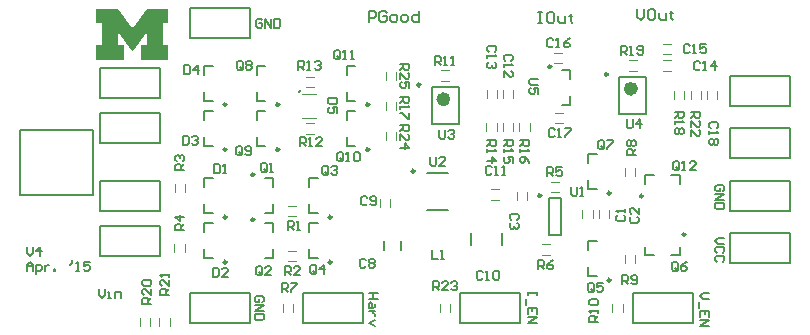
<source format=gto>
G04 Layer_Color=65535*
%FSLAX24Y24*%
%MOIN*%
G70*
G01*
G75*
%ADD33C,0.0098*%
%ADD34C,0.0236*%
%ADD35C,0.0100*%
%ADD36C,0.0039*%
%ADD37C,0.0050*%
%ADD38C,0.0079*%
%ADD39C,0.0060*%
G36*
X19028Y22744D02*
X18842D01*
Y22009D01*
X19028D01*
Y21521D01*
X18114D01*
Y22009D01*
X18300D01*
Y22450D01*
X17839Y21815D01*
X17808D01*
X17356Y22450D01*
Y22009D01*
X17541D01*
Y21521D01*
X16628D01*
Y22009D01*
X16806D01*
Y22744D01*
X16628D01*
Y23232D01*
X17352D01*
X17816Y22589D01*
X17839D01*
X18304Y23232D01*
X19028D01*
Y22744D01*
D02*
G37*
D33*
X33673Y21049D02*
G03*
X33673Y21049I-49J0D01*
G01*
X31786Y21309D02*
G03*
X31786Y21309I-49J0D01*
G01*
X27423Y20699D02*
G03*
X27423Y20699I-49J0D01*
G01*
X25713Y20041D02*
G03*
X25713Y20041I-49J0D01*
G01*
Y18541D02*
G03*
X25713Y18541I-49J0D01*
G01*
X22713D02*
G03*
X22713Y18541I-49J0D01*
G01*
Y20041D02*
G03*
X22713Y20041I-49J0D01*
G01*
X20963D02*
G03*
X20963Y20041I-49J0D01*
G01*
Y18541D02*
G03*
X20963Y18541I-49J0D01*
G01*
X36258Y15713D02*
G03*
X36258Y15713I-49J0D01*
G01*
X34841Y16987D02*
G03*
X34841Y16987I-49J0D01*
G01*
X33763Y17091D02*
G03*
X33763Y17091I-49J0D01*
G01*
Y14191D02*
G03*
X33763Y14191I-49J0D01*
G01*
X31447Y17009D02*
G03*
X31447Y17009I-49J0D01*
G01*
X27232Y17819D02*
G03*
X27232Y17819I-49J0D01*
G01*
X24463Y14791D02*
G03*
X24463Y14791I-49J0D01*
G01*
Y16291D02*
G03*
X24463Y16291I-49J0D01*
G01*
X21886Y17709D02*
G03*
X21886Y17709I-49J0D01*
G01*
Y16209D02*
G03*
X21886Y16209I-49J0D01*
G01*
X20963Y16291D02*
G03*
X20963Y16291I-49J0D01*
G01*
Y14791D02*
G03*
X20963Y14791I-49J0D01*
G01*
D34*
X34559Y20567D02*
G03*
X34559Y20567I-118J0D01*
G01*
X28309Y20217D02*
G03*
X28309Y20217I-118J0D01*
G01*
D35*
X23397Y20482D02*
G03*
X23397Y20482I-22J0D01*
G01*
D36*
X18723Y12662D02*
Y12938D01*
X19067Y12662D02*
Y12938D01*
X18073Y12662D02*
Y12938D01*
X18417Y12662D02*
Y12938D01*
X35512Y21723D02*
X35788D01*
X35512Y22067D02*
X35788D01*
X35512Y21173D02*
X35788D01*
X35512Y21517D02*
X35788D01*
X36973Y20212D02*
Y20488D01*
X37317Y20212D02*
Y20488D01*
X36777Y20212D02*
Y20488D01*
X36433Y20212D02*
Y20488D01*
X36227Y20212D02*
Y20488D01*
X35883Y20212D02*
Y20488D01*
X34362Y21173D02*
X34638D01*
X34362Y21517D02*
X34638D01*
X31862Y21423D02*
X32138D01*
X31862Y21767D02*
X32138D01*
X31912Y19423D02*
X32188D01*
X31912Y19767D02*
X32188D01*
X30527Y20262D02*
Y20538D01*
X30183Y20262D02*
Y20538D01*
X29977Y20262D02*
Y20538D01*
X29633Y20262D02*
Y20538D01*
X30723Y19162D02*
Y19438D01*
X31067Y19162D02*
Y19438D01*
X30173Y19162D02*
Y19438D01*
X30517Y19162D02*
Y19438D01*
X29623Y19162D02*
Y19438D01*
X29967Y19162D02*
Y19438D01*
X28112Y21177D02*
X28388D01*
X28112Y20833D02*
X28388D01*
X26283Y20862D02*
Y21138D01*
X26627Y20862D02*
Y21138D01*
Y19862D02*
Y20138D01*
X26283Y19862D02*
Y20138D01*
Y18862D02*
Y19138D01*
X26627Y18862D02*
Y19138D01*
X23612Y20623D02*
X23888D01*
X23612Y20967D02*
X23888D01*
X23464Y19606D02*
X23936D01*
X23464Y20394D02*
X23936D01*
X23612Y19073D02*
X23888D01*
X23612Y19417D02*
X23888D01*
X34577Y17662D02*
Y17938D01*
X34233Y17662D02*
Y17938D01*
X34577Y14762D02*
Y15038D01*
X34233Y14762D02*
Y15038D01*
X33373Y16262D02*
Y16538D01*
X33717Y16262D02*
Y16538D01*
X32823Y16262D02*
Y16538D01*
X33167Y16262D02*
Y16538D01*
X33823Y13112D02*
Y13388D01*
X34167Y13112D02*
Y13388D01*
X31762Y17123D02*
X32038D01*
X31762Y17467D02*
X32038D01*
X31462Y15377D02*
X31738D01*
X31462Y15033D02*
X31738D01*
X30977Y16862D02*
Y17138D01*
X30633Y16862D02*
Y17138D01*
X29762Y16873D02*
X30038D01*
X29762Y17217D02*
X30038D01*
X28073Y13112D02*
Y13388D01*
X28417Y13112D02*
Y13388D01*
X26427Y16612D02*
Y16888D01*
X26083Y16612D02*
Y16888D01*
X23012Y14823D02*
X23288D01*
X23012Y15167D02*
X23288D01*
X23012Y16323D02*
X23288D01*
X23012Y16667D02*
X23288D01*
X23177Y13112D02*
Y13388D01*
X22833Y13112D02*
Y13388D01*
X19223Y15112D02*
Y15388D01*
X19567Y15112D02*
Y15388D01*
X19577Y17112D02*
Y17388D01*
X19233Y17112D02*
Y17388D01*
D37*
X16750Y16500D02*
Y17500D01*
X18750Y16500D02*
Y17500D01*
X16750D02*
X18750D01*
X16750Y16500D02*
X18750D01*
X16750Y18750D02*
Y19750D01*
X18750Y18750D02*
Y19750D01*
X16750D02*
X18750D01*
X16750Y18750D02*
X18750D01*
X23500Y12750D02*
Y13750D01*
X25500Y12750D02*
Y13750D01*
X23500D02*
X25500D01*
X23500Y12750D02*
X25500D01*
X21750Y22250D02*
Y23250D01*
X19750Y22250D02*
Y23250D01*
Y22250D02*
X21750D01*
X19750Y23250D02*
X21750D01*
X39750Y16500D02*
Y17500D01*
X37750Y16500D02*
Y17500D01*
Y16500D02*
X39750D01*
X37750Y17500D02*
X39750D01*
X21750Y12750D02*
Y13750D01*
X19750Y12750D02*
Y13750D01*
Y12750D02*
X21750D01*
X19750Y13750D02*
X21750D01*
X39750Y14750D02*
Y15750D01*
X37750Y14750D02*
Y15750D01*
Y14750D02*
X39750D01*
X37750Y15750D02*
X39750D01*
X16750Y15000D02*
Y16000D01*
X18750Y15000D02*
Y16000D01*
X16750D02*
X18750D01*
X16750Y15000D02*
X18750D01*
X14080Y19191D02*
X16520D01*
X14080Y17009D02*
X16520D01*
Y19191D01*
X14080Y17009D02*
Y19191D01*
X39750Y18250D02*
Y19250D01*
X37750Y18250D02*
Y19250D01*
Y18250D02*
X39750D01*
X37750Y19250D02*
X39750D01*
Y20000D02*
Y21000D01*
X37750Y20000D02*
Y21000D01*
Y20000D02*
X39750D01*
X37750Y21000D02*
X39750D01*
X30750Y12750D02*
Y13750D01*
X28750Y12750D02*
Y13750D01*
Y12750D02*
X30750D01*
X28750Y13750D02*
X30750D01*
X36500Y12750D02*
Y13750D01*
X34500Y12750D02*
Y13750D01*
Y12750D02*
X36500D01*
X34500Y13750D02*
X36500D01*
X16750Y20250D02*
Y21250D01*
X18750Y20250D02*
Y21250D01*
X16750D02*
X18750D01*
X16750Y20250D02*
X18750D01*
X14300Y14500D02*
Y14700D01*
X14400Y14800D01*
X14500Y14700D01*
Y14500D01*
Y14650D01*
X14300D01*
X14600Y14400D02*
Y14700D01*
X14750D01*
X14800Y14650D01*
Y14550D01*
X14750Y14500D01*
X14600D01*
X14900Y14700D02*
Y14500D01*
Y14600D01*
X14950Y14650D01*
X15000Y14700D01*
X15050D01*
X15200Y14500D02*
Y14550D01*
X15250D01*
Y14500D01*
X15200D01*
X15800Y14850D02*
Y14750D01*
X15750Y14700D01*
X15949Y14500D02*
X16049D01*
X15999D01*
Y14800D01*
X15949Y14750D01*
X16399Y14800D02*
X16199D01*
Y14650D01*
X16299Y14700D01*
X16349D01*
X16399Y14650D01*
Y14550D01*
X16349Y14500D01*
X16249D01*
X16199Y14550D01*
X14300Y15300D02*
Y15100D01*
X14400Y15000D01*
X14500Y15100D01*
Y15300D01*
X14750Y15000D02*
Y15300D01*
X14600Y15150D01*
X14800D01*
X16700Y13900D02*
Y13700D01*
X16800Y13600D01*
X16900Y13700D01*
Y13900D01*
X17000Y13600D02*
X17100D01*
X17050D01*
Y13800D01*
X17000D01*
X17250Y13600D02*
Y13800D01*
X17400D01*
X17450Y13750D01*
Y13600D01*
X19050Y13700D02*
X18750D01*
Y13850D01*
X18800Y13900D01*
X18900D01*
X18950Y13850D01*
Y13700D01*
Y13800D02*
X19050Y13900D01*
Y14200D02*
Y14000D01*
X18850Y14200D01*
X18800D01*
X18750Y14150D01*
Y14050D01*
X18800Y14000D01*
X19050Y14300D02*
Y14400D01*
Y14350D01*
X18750D01*
X18800Y14300D01*
X18450Y13400D02*
X18150D01*
Y13550D01*
X18200Y13600D01*
X18300D01*
X18350Y13550D01*
Y13400D01*
Y13500D02*
X18450Y13600D01*
Y13900D02*
Y13700D01*
X18250Y13900D01*
X18200D01*
X18150Y13850D01*
Y13750D01*
X18200Y13700D01*
Y14000D02*
X18150Y14050D01*
Y14150D01*
X18200Y14200D01*
X18400D01*
X18450Y14150D01*
Y14050D01*
X18400Y14000D01*
X18200D01*
X22150Y22850D02*
X22100Y22900D01*
X22000D01*
X21950Y22850D01*
Y22650D01*
X22000Y22600D01*
X22100D01*
X22150Y22650D01*
Y22750D01*
X22050D01*
X22250Y22600D02*
Y22900D01*
X22450Y22600D01*
Y22900D01*
X22550D02*
Y22600D01*
X22700D01*
X22750Y22650D01*
Y22850D01*
X22700Y22900D01*
X22550D01*
X22150Y13450D02*
X22200Y13500D01*
Y13600D01*
X22150Y13650D01*
X21950D01*
X21900Y13600D01*
Y13500D01*
X21950Y13450D01*
X22050D01*
Y13550D01*
X21900Y13350D02*
X22200D01*
X21900Y13150D01*
X22200D01*
Y13050D02*
X21900D01*
Y12900D01*
X21950Y12850D01*
X22150D01*
X22200Y12900D01*
Y13050D01*
X37500Y17150D02*
X37550Y17200D01*
Y17300D01*
X37500Y17350D01*
X37300D01*
X37250Y17300D01*
Y17200D01*
X37300Y17150D01*
X37400D01*
Y17250D01*
X37250Y17050D02*
X37550D01*
X37250Y16850D01*
X37550D01*
Y16750D02*
X37250D01*
Y16600D01*
X37300Y16550D01*
X37500D01*
X37550Y16600D01*
Y16750D01*
Y15600D02*
X37350D01*
X37250Y15500D01*
X37350Y15400D01*
X37550D01*
X37500Y15100D02*
X37550Y15150D01*
Y15250D01*
X37500Y15300D01*
X37300D01*
X37250Y15250D01*
Y15150D01*
X37300Y15100D01*
X37500Y14800D02*
X37550Y14850D01*
Y14950D01*
X37500Y15000D01*
X37300D01*
X37250Y14950D01*
Y14850D01*
X37300Y14800D01*
X37050Y13750D02*
X36850D01*
X36750Y13650D01*
X36850Y13550D01*
X37050D01*
X36700Y13450D02*
Y13250D01*
X37050Y12950D02*
Y13150D01*
X36750D01*
Y12950D01*
X36900Y13150D02*
Y13050D01*
X36750Y12850D02*
X37050D01*
X36750Y12650D01*
X37050D01*
X31300Y13800D02*
Y13700D01*
Y13750D01*
X31000D01*
Y13800D01*
Y13700D01*
X30950Y13550D02*
Y13350D01*
X31300Y13050D02*
Y13250D01*
X31000D01*
Y13050D01*
X31150Y13250D02*
Y13150D01*
X31000Y12950D02*
X31300D01*
X31000Y12750D01*
X31300D01*
X26000Y13750D02*
X25700D01*
X25850D01*
Y13550D01*
X26000D01*
X25700D01*
X25900Y13400D02*
Y13300D01*
X25850Y13250D01*
X25700D01*
Y13400D01*
X25750Y13450D01*
X25800Y13400D01*
Y13250D01*
X25900Y13150D02*
X25700D01*
X25800D01*
X25850Y13100D01*
X25900Y13050D01*
Y13000D01*
Y12850D02*
X25700Y12750D01*
X25900Y12650D01*
X36400Y22000D02*
X36350Y22050D01*
X36250D01*
X36200Y22000D01*
Y21800D01*
X36250Y21750D01*
X36350D01*
X36400Y21800D01*
X36500Y21750D02*
X36600D01*
X36550D01*
Y22050D01*
X36500Y22000D01*
X36950Y22050D02*
X36750D01*
Y21900D01*
X36850Y21950D01*
X36900D01*
X36950Y21900D01*
Y21800D01*
X36900Y21750D01*
X36800D01*
X36750Y21800D01*
X36760Y21432D02*
X36710Y21482D01*
X36610D01*
X36560Y21432D01*
Y21232D01*
X36610Y21182D01*
X36710D01*
X36760Y21232D01*
X36860Y21182D02*
X36960D01*
X36910D01*
Y21482D01*
X36860Y21432D01*
X37260Y21182D02*
Y21482D01*
X37110Y21332D01*
X37310D01*
X37300Y19250D02*
X37350Y19300D01*
Y19400D01*
X37300Y19450D01*
X37100D01*
X37050Y19400D01*
Y19300D01*
X37100Y19250D01*
X37050Y19150D02*
Y19050D01*
Y19100D01*
X37350D01*
X37300Y19150D01*
Y18900D02*
X37350Y18850D01*
Y18750D01*
X37300Y18700D01*
X37250D01*
X37200Y18750D01*
X37150Y18700D01*
X37100D01*
X37050Y18750D01*
Y18850D01*
X37100Y18900D01*
X37150D01*
X37200Y18850D01*
X37250Y18900D01*
X37300D01*
X37200Y18850D02*
Y18750D01*
X36450Y19800D02*
X36750D01*
Y19650D01*
X36700Y19600D01*
X36600D01*
X36550Y19650D01*
Y19800D01*
Y19700D02*
X36450Y19600D01*
Y19300D02*
Y19500D01*
X36650Y19300D01*
X36700D01*
X36750Y19350D01*
Y19450D01*
X36700Y19500D01*
X36450Y19000D02*
Y19200D01*
X36650Y19000D01*
X36700D01*
X36750Y19050D01*
Y19150D01*
X36700Y19200D01*
X35900Y19800D02*
X36200D01*
Y19650D01*
X36150Y19600D01*
X36050D01*
X36000Y19650D01*
Y19800D01*
Y19700D02*
X35900Y19600D01*
Y19500D02*
Y19400D01*
Y19450D01*
X36200D01*
X36150Y19500D01*
Y19250D02*
X36200Y19200D01*
Y19100D01*
X36150Y19050D01*
X36100D01*
X36050Y19100D01*
X36000Y19050D01*
X35950D01*
X35900Y19100D01*
Y19200D01*
X35950Y19250D01*
X36000D01*
X36050Y19200D01*
X36100Y19250D01*
X36150D01*
X36050Y19200D02*
Y19100D01*
X34100Y21700D02*
Y22000D01*
X34250D01*
X34300Y21950D01*
Y21850D01*
X34250Y21800D01*
X34100D01*
X34200D02*
X34300Y21700D01*
X34400D02*
X34500D01*
X34450D01*
Y22000D01*
X34400Y21950D01*
X34650Y21750D02*
X34700Y21700D01*
X34800D01*
X34850Y21750D01*
Y21950D01*
X34800Y22000D01*
X34700D01*
X34650Y21950D01*
Y21900D01*
X34700Y21850D01*
X34850D01*
X34300Y19550D02*
Y19300D01*
X34350Y19250D01*
X34450D01*
X34500Y19300D01*
Y19550D01*
X34750Y19250D02*
Y19550D01*
X34600Y19400D01*
X34800D01*
X31850Y22200D02*
X31800Y22250D01*
X31700D01*
X31650Y22200D01*
Y22000D01*
X31700Y21950D01*
X31800D01*
X31850Y22000D01*
X31950Y21950D02*
X32050D01*
X32000D01*
Y22250D01*
X31950Y22200D01*
X32400Y22250D02*
X32300Y22200D01*
X32200Y22100D01*
Y22000D01*
X32250Y21950D01*
X32350D01*
X32400Y22000D01*
Y22050D01*
X32350Y22100D01*
X32200D01*
X31350Y20900D02*
X31100D01*
X31050Y20850D01*
Y20750D01*
X31100Y20700D01*
X31350D01*
Y20400D02*
Y20600D01*
X31200D01*
X31250Y20500D01*
Y20450D01*
X31200Y20400D01*
X31100D01*
X31050Y20450D01*
Y20550D01*
X31100Y20600D01*
X31900Y19200D02*
X31850Y19250D01*
X31750D01*
X31700Y19200D01*
Y19000D01*
X31750Y18950D01*
X31850D01*
X31900Y19000D01*
X32000Y18950D02*
X32100D01*
X32050D01*
Y19250D01*
X32000Y19200D01*
X32250Y19250D02*
X32450D01*
Y19200D01*
X32250Y19000D01*
Y18950D01*
X30450Y21500D02*
X30500Y21550D01*
Y21650D01*
X30450Y21700D01*
X30250D01*
X30200Y21650D01*
Y21550D01*
X30250Y21500D01*
X30200Y21400D02*
Y21300D01*
Y21350D01*
X30500D01*
X30450Y21400D01*
X30200Y20950D02*
Y21150D01*
X30400Y20950D01*
X30450D01*
X30500Y21000D01*
Y21100D01*
X30450Y21150D01*
X29900Y21800D02*
X29950Y21850D01*
Y21950D01*
X29900Y22000D01*
X29700D01*
X29650Y21950D01*
Y21850D01*
X29700Y21800D01*
X29650Y21700D02*
Y21600D01*
Y21650D01*
X29950D01*
X29900Y21700D01*
Y21450D02*
X29950Y21400D01*
Y21300D01*
X29900Y21250D01*
X29850D01*
X29800Y21300D01*
Y21350D01*
Y21300D01*
X29750Y21250D01*
X29700D01*
X29650Y21300D01*
Y21400D01*
X29700Y21450D01*
X30750Y18850D02*
X31050D01*
Y18700D01*
X31000Y18650D01*
X30900D01*
X30850Y18700D01*
Y18850D01*
Y18750D02*
X30750Y18650D01*
Y18550D02*
Y18450D01*
Y18500D01*
X31050D01*
X31000Y18550D01*
X31050Y18100D02*
X31000Y18200D01*
X30900Y18300D01*
X30800D01*
X30750Y18250D01*
Y18150D01*
X30800Y18100D01*
X30850D01*
X30900Y18150D01*
Y18300D01*
X30200Y18850D02*
X30500D01*
Y18700D01*
X30450Y18650D01*
X30350D01*
X30300Y18700D01*
Y18850D01*
Y18750D02*
X30200Y18650D01*
Y18550D02*
Y18450D01*
Y18500D01*
X30500D01*
X30450Y18550D01*
X30500Y18100D02*
Y18300D01*
X30350D01*
X30400Y18200D01*
Y18150D01*
X30350Y18100D01*
X30250D01*
X30200Y18150D01*
Y18250D01*
X30250Y18300D01*
X29657Y18846D02*
X29957D01*
Y18696D01*
X29907Y18646D01*
X29807D01*
X29757Y18696D01*
Y18846D01*
Y18746D02*
X29657Y18646D01*
Y18546D02*
Y18446D01*
Y18496D01*
X29957D01*
X29907Y18546D01*
X29657Y18147D02*
X29957D01*
X29807Y18296D01*
Y18097D01*
X27900Y21350D02*
Y21650D01*
X28050D01*
X28100Y21600D01*
Y21500D01*
X28050Y21450D01*
X27900D01*
X28000D02*
X28100Y21350D01*
X28200D02*
X28300D01*
X28250D01*
Y21650D01*
X28200Y21600D01*
X28450Y21350D02*
X28550D01*
X28500D01*
Y21650D01*
X28450Y21600D01*
X28050Y19200D02*
Y18950D01*
X28100Y18900D01*
X28200D01*
X28250Y18950D01*
Y19200D01*
X28350Y19150D02*
X28400Y19200D01*
X28500D01*
X28550Y19150D01*
Y19100D01*
X28500Y19050D01*
X28450D01*
X28500D01*
X28550Y19000D01*
Y18950D01*
X28500Y18900D01*
X28400D01*
X28350Y18950D01*
X26750Y21400D02*
X27050D01*
Y21250D01*
X27000Y21200D01*
X26900D01*
X26850Y21250D01*
Y21400D01*
Y21300D02*
X26750Y21200D01*
Y20900D02*
Y21100D01*
X26950Y20900D01*
X27000D01*
X27050Y20950D01*
Y21050D01*
X27000Y21100D01*
X27050Y20600D02*
Y20800D01*
X26900D01*
X26950Y20700D01*
Y20650D01*
X26900Y20600D01*
X26800D01*
X26750Y20650D01*
Y20750D01*
X26800Y20800D01*
X26750Y20300D02*
X27050D01*
Y20150D01*
X27000Y20100D01*
X26900D01*
X26850Y20150D01*
Y20300D01*
Y20200D02*
X26750Y20100D01*
Y20000D02*
Y19900D01*
Y19950D01*
X27050D01*
X27000Y20000D01*
X27050Y19750D02*
Y19550D01*
X27000D01*
X26800Y19750D01*
X26750D01*
Y19350D02*
X27050D01*
Y19200D01*
X27000Y19150D01*
X26900D01*
X26850Y19200D01*
Y19350D01*
Y19250D02*
X26750Y19150D01*
Y18850D02*
Y19050D01*
X26950Y18850D01*
X27000D01*
X27050Y18900D01*
Y19000D01*
X27000Y19050D01*
X26750Y18600D02*
X27050D01*
X26900Y18750D01*
Y18550D01*
X24750Y21600D02*
Y21800D01*
X24700Y21850D01*
X24600D01*
X24550Y21800D01*
Y21600D01*
X24600Y21550D01*
X24700D01*
X24650Y21650D02*
X24750Y21550D01*
X24700D02*
X24750Y21600D01*
X24850Y21550D02*
X24950D01*
X24900D01*
Y21850D01*
X24850Y21800D01*
X25100Y21550D02*
X25200D01*
X25150D01*
Y21850D01*
X25100Y21800D01*
X24850Y18200D02*
Y18400D01*
X24800Y18450D01*
X24700D01*
X24650Y18400D01*
Y18200D01*
X24700Y18150D01*
X24800D01*
X24750Y18250D02*
X24850Y18150D01*
X24800D02*
X24850Y18200D01*
X24950Y18150D02*
X25050D01*
X25000D01*
Y18450D01*
X24950Y18400D01*
X25200D02*
X25250Y18450D01*
X25350D01*
X25400Y18400D01*
Y18200D01*
X25350Y18150D01*
X25250D01*
X25200Y18200D01*
Y18400D01*
X23350Y21200D02*
Y21500D01*
X23500D01*
X23550Y21450D01*
Y21350D01*
X23500Y21300D01*
X23350D01*
X23450D02*
X23550Y21200D01*
X23650D02*
X23750D01*
X23700D01*
Y21500D01*
X23650Y21450D01*
X23900D02*
X23950Y21500D01*
X24050D01*
X24100Y21450D01*
Y21400D01*
X24050Y21350D01*
X24000D01*
X24050D01*
X24100Y21300D01*
Y21250D01*
X24050Y21200D01*
X23950D01*
X23900Y21250D01*
X24650Y20250D02*
X24350D01*
Y20100D01*
X24400Y20050D01*
X24600D01*
X24650Y20100D01*
Y20250D01*
Y19750D02*
Y19950D01*
X24500D01*
X24550Y19850D01*
Y19800D01*
X24500Y19750D01*
X24400D01*
X24350Y19800D01*
Y19900D01*
X24400Y19950D01*
X23400Y18650D02*
Y18950D01*
X23550D01*
X23600Y18900D01*
Y18800D01*
X23550Y18750D01*
X23400D01*
X23500D02*
X23600Y18650D01*
X23700D02*
X23800D01*
X23750D01*
Y18950D01*
X23700Y18900D01*
X24150Y18650D02*
X23950D01*
X24150Y18850D01*
Y18900D01*
X24100Y18950D01*
X24000D01*
X23950Y18900D01*
X21489Y18407D02*
Y18607D01*
X21439Y18657D01*
X21339D01*
X21289Y18607D01*
Y18407D01*
X21339Y18357D01*
X21439D01*
X21389Y18457D02*
X21489Y18357D01*
X21439D02*
X21489Y18407D01*
X21589D02*
X21639Y18357D01*
X21739D01*
X21789Y18407D01*
Y18607D01*
X21739Y18657D01*
X21639D01*
X21589Y18607D01*
Y18557D01*
X21639Y18507D01*
X21789D01*
X21500Y21250D02*
Y21450D01*
X21450Y21500D01*
X21350D01*
X21300Y21450D01*
Y21250D01*
X21350Y21200D01*
X21450D01*
X21400Y21300D02*
X21500Y21200D01*
X21450D02*
X21500Y21250D01*
X21600Y21450D02*
X21650Y21500D01*
X21750D01*
X21800Y21450D01*
Y21400D01*
X21750Y21350D01*
X21800Y21300D01*
Y21250D01*
X21750Y21200D01*
X21650D01*
X21600Y21250D01*
Y21300D01*
X21650Y21350D01*
X21600Y21400D01*
Y21450D01*
X21650Y21350D02*
X21750D01*
X19550Y21350D02*
Y21050D01*
X19700D01*
X19750Y21100D01*
Y21300D01*
X19700Y21350D01*
X19550D01*
X20000Y21050D02*
Y21350D01*
X19850Y21200D01*
X20050D01*
X19500Y19000D02*
Y18700D01*
X19650D01*
X19700Y18750D01*
Y18950D01*
X19650Y19000D01*
X19500D01*
X19800Y18950D02*
X19850Y19000D01*
X19950D01*
X20000Y18950D01*
Y18900D01*
X19950Y18850D01*
X19900D01*
X19950D01*
X20000Y18800D01*
Y18750D01*
X19950Y18700D01*
X19850D01*
X19800Y18750D01*
X36000Y14550D02*
Y14750D01*
X35950Y14800D01*
X35850D01*
X35800Y14750D01*
Y14550D01*
X35850Y14500D01*
X35950D01*
X35900Y14600D02*
X36000Y14500D01*
X35950D02*
X36000Y14550D01*
X36300Y14800D02*
X36200Y14750D01*
X36100Y14650D01*
Y14550D01*
X36150Y14500D01*
X36250D01*
X36300Y14550D01*
Y14600D01*
X36250Y14650D01*
X36100D01*
X36050Y17900D02*
Y18100D01*
X36000Y18150D01*
X35900D01*
X35850Y18100D01*
Y17900D01*
X35900Y17850D01*
X36000D01*
X35950Y17950D02*
X36050Y17850D01*
X36000D02*
X36050Y17900D01*
X36150Y17850D02*
X36250D01*
X36200D01*
Y18150D01*
X36150Y18100D01*
X36600Y17850D02*
X36400D01*
X36600Y18050D01*
Y18100D01*
X36550Y18150D01*
X36450D01*
X36400Y18100D01*
X34600Y18350D02*
X34300D01*
Y18500D01*
X34350Y18550D01*
X34450D01*
X34500Y18500D01*
Y18350D01*
Y18450D02*
X34600Y18550D01*
X34350Y18650D02*
X34300Y18700D01*
Y18800D01*
X34350Y18850D01*
X34400D01*
X34450Y18800D01*
X34500Y18850D01*
X34550D01*
X34600Y18800D01*
Y18700D01*
X34550Y18650D01*
X34500D01*
X34450Y18700D01*
X34400Y18650D01*
X34350D01*
X34450Y18700D02*
Y18800D01*
X33550Y18600D02*
Y18800D01*
X33500Y18850D01*
X33400D01*
X33350Y18800D01*
Y18600D01*
X33400Y18550D01*
X33500D01*
X33450Y18650D02*
X33550Y18550D01*
X33500D02*
X33550Y18600D01*
X33650Y18850D02*
X33850D01*
Y18800D01*
X33650Y18600D01*
Y18550D01*
X34150Y14050D02*
Y14350D01*
X34300D01*
X34350Y14300D01*
Y14200D01*
X34300Y14150D01*
X34150D01*
X34250D02*
X34350Y14050D01*
X34450Y14100D02*
X34500Y14050D01*
X34600D01*
X34650Y14100D01*
Y14300D01*
X34600Y14350D01*
X34500D01*
X34450Y14300D01*
Y14250D01*
X34500Y14200D01*
X34650D01*
X34450Y16300D02*
X34400Y16250D01*
Y16150D01*
X34450Y16100D01*
X34650D01*
X34700Y16150D01*
Y16250D01*
X34650Y16300D01*
X34700Y16600D02*
Y16400D01*
X34500Y16600D01*
X34450D01*
X34400Y16550D01*
Y16450D01*
X34450Y16400D01*
X34000Y16350D02*
X33950Y16300D01*
Y16200D01*
X34000Y16150D01*
X34200D01*
X34250Y16200D01*
Y16300D01*
X34200Y16350D01*
X34250Y16450D02*
Y16550D01*
Y16500D01*
X33950D01*
X34000Y16450D01*
X33350Y12800D02*
X33050D01*
Y12950D01*
X33100Y13000D01*
X33200D01*
X33250Y12950D01*
Y12800D01*
Y12900D02*
X33350Y13000D01*
Y13100D02*
Y13200D01*
Y13150D01*
X33050D01*
X33100Y13100D01*
Y13350D02*
X33050Y13400D01*
Y13500D01*
X33100Y13550D01*
X33300D01*
X33350Y13500D01*
Y13400D01*
X33300Y13350D01*
X33100D01*
X33200Y13850D02*
Y14050D01*
X33150Y14100D01*
X33050D01*
X33000Y14050D01*
Y13850D01*
X33050Y13800D01*
X33150D01*
X33100Y13900D02*
X33200Y13800D01*
X33150D02*
X33200Y13850D01*
X33500Y14100D02*
X33300D01*
Y13950D01*
X33400Y14000D01*
X33450D01*
X33500Y13950D01*
Y13850D01*
X33450Y13800D01*
X33350D01*
X33300Y13850D01*
X32450Y17300D02*
Y17050D01*
X32500Y17000D01*
X32600D01*
X32650Y17050D01*
Y17300D01*
X32750Y17000D02*
X32850D01*
X32800D01*
Y17300D01*
X32750Y17250D01*
X31650Y17650D02*
Y17950D01*
X31800D01*
X31850Y17900D01*
Y17800D01*
X31800Y17750D01*
X31650D01*
X31750D02*
X31850Y17650D01*
X32150Y17950D02*
X31950D01*
Y17800D01*
X32050Y17850D01*
X32100D01*
X32150Y17800D01*
Y17700D01*
X32100Y17650D01*
X32000D01*
X31950Y17700D01*
X31350Y14550D02*
Y14850D01*
X31500D01*
X31550Y14800D01*
Y14700D01*
X31500Y14650D01*
X31350D01*
X31450D02*
X31550Y14550D01*
X31850Y14850D02*
X31750Y14800D01*
X31650Y14700D01*
Y14600D01*
X31700Y14550D01*
X31800D01*
X31850Y14600D01*
Y14650D01*
X31800Y14700D01*
X31650D01*
X30650Y16200D02*
X30700Y16250D01*
Y16350D01*
X30650Y16400D01*
X30450D01*
X30400Y16350D01*
Y16250D01*
X30450Y16200D01*
X30650Y16100D02*
X30700Y16050D01*
Y15950D01*
X30650Y15900D01*
X30600D01*
X30550Y15950D01*
Y16000D01*
Y15950D01*
X30500Y15900D01*
X30450D01*
X30400Y15950D01*
Y16050D01*
X30450Y16100D01*
X29800Y17950D02*
X29750Y18000D01*
X29650D01*
X29600Y17950D01*
Y17750D01*
X29650Y17700D01*
X29750D01*
X29800Y17750D01*
X29900Y17700D02*
X30000D01*
X29950D01*
Y18000D01*
X29900Y17950D01*
X30150Y17700D02*
X30250D01*
X30200D01*
Y18000D01*
X30150Y17950D01*
X27850Y13850D02*
Y14150D01*
X28000D01*
X28050Y14100D01*
Y14000D01*
X28000Y13950D01*
X27850D01*
X27950D02*
X28050Y13850D01*
X28350D02*
X28150D01*
X28350Y14050D01*
Y14100D01*
X28300Y14150D01*
X28200D01*
X28150Y14100D01*
X28450D02*
X28500Y14150D01*
X28600D01*
X28650Y14100D01*
Y14050D01*
X28600Y14000D01*
X28550D01*
X28600D01*
X28650Y13950D01*
Y13900D01*
X28600Y13850D01*
X28500D01*
X28450Y13900D01*
X29500Y14450D02*
X29450Y14500D01*
X29350D01*
X29300Y14450D01*
Y14250D01*
X29350Y14200D01*
X29450D01*
X29500Y14250D01*
X29600Y14200D02*
X29700D01*
X29650D01*
Y14500D01*
X29600Y14450D01*
X29850D02*
X29900Y14500D01*
X30000D01*
X30050Y14450D01*
Y14250D01*
X30000Y14200D01*
X29900D01*
X29850Y14250D01*
Y14450D01*
X27750Y18300D02*
Y18050D01*
X27800Y18000D01*
X27900D01*
X27950Y18050D01*
Y18300D01*
X28250Y18000D02*
X28050D01*
X28250Y18200D01*
Y18250D01*
X28200Y18300D01*
X28100D01*
X28050Y18250D01*
X27800Y15200D02*
Y14900D01*
X28000D01*
X28100D02*
X28200D01*
X28150D01*
Y15200D01*
X28100Y15150D01*
X25600Y14850D02*
X25550Y14900D01*
X25450D01*
X25400Y14850D01*
Y14650D01*
X25450Y14600D01*
X25550D01*
X25600Y14650D01*
X25700Y14850D02*
X25750Y14900D01*
X25850D01*
X25900Y14850D01*
Y14800D01*
X25850Y14750D01*
X25900Y14700D01*
Y14650D01*
X25850Y14600D01*
X25750D01*
X25700Y14650D01*
Y14700D01*
X25750Y14750D01*
X25700Y14800D01*
Y14850D01*
X25750Y14750D02*
X25850D01*
X25660Y16937D02*
X25610Y16987D01*
X25510D01*
X25460Y16937D01*
Y16737D01*
X25510Y16687D01*
X25610D01*
X25660Y16737D01*
X25760D02*
X25810Y16687D01*
X25910D01*
X25960Y16737D01*
Y16937D01*
X25910Y16987D01*
X25810D01*
X25760Y16937D01*
Y16887D01*
X25810Y16837D01*
X25960D01*
X22900Y14350D02*
Y14650D01*
X23050D01*
X23100Y14600D01*
Y14500D01*
X23050Y14450D01*
X22900D01*
X23000D02*
X23100Y14350D01*
X23400D02*
X23200D01*
X23400Y14550D01*
Y14600D01*
X23350Y14650D01*
X23250D01*
X23200Y14600D01*
X23950Y14450D02*
Y14650D01*
X23900Y14700D01*
X23800D01*
X23750Y14650D01*
Y14450D01*
X23800Y14400D01*
X23900D01*
X23850Y14500D02*
X23950Y14400D01*
X23900D02*
X23950Y14450D01*
X24200Y14400D02*
Y14700D01*
X24050Y14550D01*
X24250D01*
X24350Y17750D02*
Y17950D01*
X24300Y18000D01*
X24200D01*
X24150Y17950D01*
Y17750D01*
X24200Y17700D01*
X24300D01*
X24250Y17800D02*
X24350Y17700D01*
X24300D02*
X24350Y17750D01*
X24450Y17950D02*
X24500Y18000D01*
X24600D01*
X24650Y17950D01*
Y17900D01*
X24600Y17850D01*
X24550D01*
X24600D01*
X24650Y17800D01*
Y17750D01*
X24600Y17700D01*
X24500D01*
X24450Y17750D01*
X23000Y15874D02*
Y16174D01*
X23150D01*
X23200Y16124D01*
Y16024D01*
X23150Y15974D01*
X23000D01*
X23100D02*
X23200Y15874D01*
X23300D02*
X23400D01*
X23350D01*
Y16174D01*
X23300Y16124D01*
X22300Y17850D02*
Y18050D01*
X22250Y18100D01*
X22150D01*
X22100Y18050D01*
Y17850D01*
X22150Y17800D01*
X22250D01*
X22200Y17900D02*
X22300Y17800D01*
X22250D02*
X22300Y17850D01*
X22400Y17800D02*
X22500D01*
X22450D01*
Y18100D01*
X22400Y18050D01*
X22800Y13800D02*
Y14100D01*
X22950D01*
X23000Y14050D01*
Y13950D01*
X22950Y13900D01*
X22800D01*
X22900D02*
X23000Y13800D01*
X23100Y14100D02*
X23300D01*
Y14050D01*
X23100Y13850D01*
Y13800D01*
X22150Y14400D02*
Y14600D01*
X22100Y14650D01*
X22000D01*
X21950Y14600D01*
Y14400D01*
X22000Y14350D01*
X22100D01*
X22050Y14450D02*
X22150Y14350D01*
X22100D02*
X22150Y14400D01*
X22450Y14350D02*
X22250D01*
X22450Y14550D01*
Y14600D01*
X22400Y14650D01*
X22300D01*
X22250Y14600D01*
X20550Y18050D02*
Y17750D01*
X20700D01*
X20750Y17800D01*
Y18000D01*
X20700Y18050D01*
X20550D01*
X20850Y17750D02*
X20950D01*
X20900D01*
Y18050D01*
X20850Y18000D01*
X20500Y14600D02*
Y14300D01*
X20650D01*
X20700Y14350D01*
Y14550D01*
X20650Y14600D01*
X20500D01*
X21000Y14300D02*
X20800D01*
X21000Y14500D01*
Y14550D01*
X20950Y14600D01*
X20850D01*
X20800Y14550D01*
X19550Y15850D02*
X19250D01*
Y16000D01*
X19300Y16050D01*
X19400D01*
X19450Y16000D01*
Y15850D01*
Y15950D02*
X19550Y16050D01*
Y16300D02*
X19250D01*
X19400Y16150D01*
Y16350D01*
X19550Y17850D02*
X19250D01*
Y18000D01*
X19300Y18050D01*
X19400D01*
X19450Y18000D01*
Y17850D01*
Y17950D02*
X19550Y18050D01*
X19300Y18150D02*
X19250Y18200D01*
Y18300D01*
X19300Y18350D01*
X19350D01*
X19400Y18300D01*
Y18250D01*
Y18300D01*
X19450Y18350D01*
X19500D01*
X19550Y18300D01*
Y18200D01*
X19500Y18150D01*
D38*
X34047Y19740D02*
Y20960D01*
X34953Y19740D02*
Y20960D01*
X34047D02*
X34953D01*
X34047Y19740D02*
X34953D01*
X32426Y20009D02*
Y20324D01*
X32150Y20009D02*
X32426D01*
Y20876D02*
Y21191D01*
X32150D02*
X32426D01*
X27797Y19390D02*
Y20610D01*
X28703Y19390D02*
Y20610D01*
X27797D02*
X28703D01*
X27797Y19390D02*
X28703D01*
X24974Y21026D02*
Y21341D01*
X25250D01*
X24974Y20159D02*
Y20474D01*
Y20159D02*
X25250D01*
X24974Y19526D02*
Y19841D01*
X25250D01*
X24974Y18659D02*
Y18974D01*
Y18659D02*
X25250D01*
X21974Y19526D02*
Y19841D01*
X22250D01*
X21974Y18659D02*
Y18974D01*
Y18659D02*
X22250D01*
X21974Y21026D02*
Y21341D01*
X22250D01*
X21974Y20159D02*
Y20474D01*
Y20159D02*
X22250D01*
X20224Y21026D02*
Y21341D01*
X20500D01*
X20224Y20159D02*
Y20474D01*
Y20159D02*
X20500D01*
X20224Y19526D02*
Y19841D01*
X20500D01*
X20224Y18659D02*
Y18974D01*
Y18659D02*
X20500D01*
X34909Y15024D02*
X35224D01*
X34909D02*
Y15300D01*
X35776Y15024D02*
X36091D01*
Y15300D01*
X35776Y17676D02*
X36091D01*
Y17400D02*
Y17676D01*
X34909D02*
X35224D01*
X34909Y17400D02*
Y17676D01*
X33024Y18076D02*
Y18391D01*
X33300D01*
X33024Y17209D02*
Y17524D01*
Y17209D02*
X33300D01*
X33024Y15176D02*
Y15491D01*
X33300D01*
X33024Y14309D02*
Y14624D01*
Y14309D02*
X33300D01*
X31703Y16910D02*
X32097D01*
X31703Y15690D02*
X32097D01*
X31703D02*
Y16910D01*
X32097Y15690D02*
Y16910D01*
X29128Y15353D02*
Y15747D01*
X30152Y15353D02*
Y15747D01*
X27656Y17760D02*
X28344D01*
X27656Y16540D02*
X28344D01*
X26205Y15193D02*
Y15507D01*
X26795Y15193D02*
Y15507D01*
X23724Y15776D02*
Y16091D01*
X24000D01*
X23724Y14909D02*
Y15224D01*
Y14909D02*
X24000D01*
X23724Y17276D02*
Y17591D01*
X24000D01*
X23724Y16409D02*
Y16724D01*
Y16409D02*
X24000D01*
X22526D02*
Y16724D01*
X22250Y16409D02*
X22526D01*
Y17276D02*
Y17591D01*
X22250D02*
X22526D01*
Y14909D02*
Y15224D01*
X22250Y14909D02*
X22526D01*
Y15776D02*
Y16091D01*
X22250D02*
X22526D01*
X20224Y17276D02*
Y17591D01*
X20500D01*
X20224Y16409D02*
Y16724D01*
Y16409D02*
X20500D01*
X20224Y15776D02*
Y16091D01*
X20500D01*
X20224Y14909D02*
Y15224D01*
Y14909D02*
X20500D01*
D39*
X31350Y23110D02*
X31470D01*
X31410D01*
Y22750D01*
X31350D01*
X31470D01*
X31830Y23110D02*
X31710D01*
X31650Y23050D01*
Y22810D01*
X31710Y22750D01*
X31830D01*
X31890Y22810D01*
Y23050D01*
X31830Y23110D01*
X32010Y22990D02*
Y22810D01*
X32070Y22750D01*
X32250D01*
Y22990D01*
X32430Y23050D02*
Y22990D01*
X32370D01*
X32490D01*
X32430D01*
Y22810D01*
X32490Y22750D01*
X34650Y23210D02*
Y22970D01*
X34770Y22850D01*
X34890Y22970D01*
Y23210D01*
X35190D02*
X35070D01*
X35010Y23150D01*
Y22910D01*
X35070Y22850D01*
X35190D01*
X35250Y22910D01*
Y23150D01*
X35190Y23210D01*
X35370Y23090D02*
Y22910D01*
X35430Y22850D01*
X35610D01*
Y23090D01*
X35790Y23150D02*
Y23090D01*
X35730D01*
X35850D01*
X35790D01*
Y22910D01*
X35850Y22850D01*
X25700Y22800D02*
Y23160D01*
X25880D01*
X25940Y23100D01*
Y22980D01*
X25880Y22920D01*
X25700D01*
X26300Y23100D02*
X26240Y23160D01*
X26120D01*
X26060Y23100D01*
Y22860D01*
X26120Y22800D01*
X26240D01*
X26300Y22860D01*
Y22980D01*
X26180D01*
X26480Y22800D02*
X26600D01*
X26660Y22860D01*
Y22980D01*
X26600Y23040D01*
X26480D01*
X26420Y22980D01*
Y22860D01*
X26480Y22800D01*
X26840D02*
X26960D01*
X27020Y22860D01*
Y22980D01*
X26960Y23040D01*
X26840D01*
X26780Y22980D01*
Y22860D01*
X26840Y22800D01*
X27379Y23160D02*
Y22800D01*
X27200D01*
X27140Y22860D01*
Y22980D01*
X27200Y23040D01*
X27379D01*
M02*

</source>
